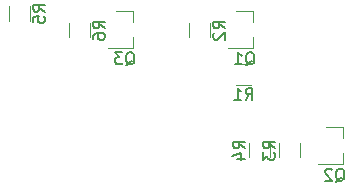
<source format=gbo>
G04 #@! TF.GenerationSoftware,KiCad,Pcbnew,5.1.5*
G04 #@! TF.CreationDate,2020-04-17T16:14:37+02:00*
G04 #@! TF.ProjectId,eco_nucleo64_interconnect,65636f5f-6e75-4636-9c65-6f36345f696e,rev?*
G04 #@! TF.SameCoordinates,Original*
G04 #@! TF.FileFunction,Legend,Bot*
G04 #@! TF.FilePolarity,Positive*
%FSLAX46Y46*%
G04 Gerber Fmt 4.6, Leading zero omitted, Abs format (unit mm)*
G04 Created by KiCad (PCBNEW 5.1.5) date 2020-04-17 16:14:37*
%MOMM*%
%LPD*%
G04 APERTURE LIST*
%ADD10C,0.120000*%
%ADD11C,0.150000*%
G04 APERTURE END LIST*
D10*
X124774000Y-116491000D02*
X124774000Y-115291000D01*
X123014000Y-115291000D02*
X123014000Y-116491000D01*
X145094000Y-128081000D02*
X145094000Y-126881000D01*
X143334000Y-126881000D02*
X143334000Y-128081000D01*
X145874000Y-126881000D02*
X145874000Y-128081000D01*
X147634000Y-128081000D02*
X147634000Y-126881000D01*
X128094000Y-116721000D02*
X128094000Y-117921000D01*
X129854000Y-117921000D02*
X129854000Y-116721000D01*
X133544000Y-115661000D02*
X132084000Y-115661000D01*
X133544000Y-118821000D02*
X131384000Y-118821000D01*
X133544000Y-118821000D02*
X133544000Y-117891000D01*
X133544000Y-115661000D02*
X133544000Y-116591000D01*
X151324000Y-125501000D02*
X151324000Y-126431000D01*
X151324000Y-128661000D02*
X151324000Y-127731000D01*
X151324000Y-128661000D02*
X149164000Y-128661000D01*
X151324000Y-125501000D02*
X149864000Y-125501000D01*
X143704000Y-115661000D02*
X143704000Y-116591000D01*
X143704000Y-118821000D02*
X143704000Y-117891000D01*
X143704000Y-118821000D02*
X141544000Y-118821000D01*
X143704000Y-115661000D02*
X142244000Y-115661000D01*
X140014000Y-117921000D02*
X140014000Y-116721000D01*
X138254000Y-116721000D02*
X138254000Y-117921000D01*
X143464000Y-120171000D02*
X142264000Y-120171000D01*
X142264000Y-121931000D02*
X143464000Y-121931000D01*
D11*
X126046380Y-115724333D02*
X125570190Y-115391000D01*
X126046380Y-115152904D02*
X125046380Y-115152904D01*
X125046380Y-115533857D01*
X125094000Y-115629095D01*
X125141619Y-115676714D01*
X125236857Y-115724333D01*
X125379714Y-115724333D01*
X125474952Y-115676714D01*
X125522571Y-115629095D01*
X125570190Y-115533857D01*
X125570190Y-115152904D01*
X125046380Y-116629095D02*
X125046380Y-116152904D01*
X125522571Y-116105285D01*
X125474952Y-116152904D01*
X125427333Y-116248142D01*
X125427333Y-116486238D01*
X125474952Y-116581476D01*
X125522571Y-116629095D01*
X125617809Y-116676714D01*
X125855904Y-116676714D01*
X125951142Y-116629095D01*
X125998761Y-116581476D01*
X126046380Y-116486238D01*
X126046380Y-116248142D01*
X125998761Y-116152904D01*
X125951142Y-116105285D01*
X142966380Y-127314333D02*
X142490190Y-126981000D01*
X142966380Y-126742904D02*
X141966380Y-126742904D01*
X141966380Y-127123857D01*
X142014000Y-127219095D01*
X142061619Y-127266714D01*
X142156857Y-127314333D01*
X142299714Y-127314333D01*
X142394952Y-127266714D01*
X142442571Y-127219095D01*
X142490190Y-127123857D01*
X142490190Y-126742904D01*
X142299714Y-128171476D02*
X142966380Y-128171476D01*
X141918761Y-127933380D02*
X142633047Y-127695285D01*
X142633047Y-128314333D01*
X145506380Y-127314333D02*
X145030190Y-126981000D01*
X145506380Y-126742904D02*
X144506380Y-126742904D01*
X144506380Y-127123857D01*
X144554000Y-127219095D01*
X144601619Y-127266714D01*
X144696857Y-127314333D01*
X144839714Y-127314333D01*
X144934952Y-127266714D01*
X144982571Y-127219095D01*
X145030190Y-127123857D01*
X145030190Y-126742904D01*
X144506380Y-127647666D02*
X144506380Y-128266714D01*
X144887333Y-127933380D01*
X144887333Y-128076238D01*
X144934952Y-128171476D01*
X144982571Y-128219095D01*
X145077809Y-128266714D01*
X145315904Y-128266714D01*
X145411142Y-128219095D01*
X145458761Y-128171476D01*
X145506380Y-128076238D01*
X145506380Y-127790523D01*
X145458761Y-127695285D01*
X145411142Y-127647666D01*
X131126380Y-117154333D02*
X130650190Y-116821000D01*
X131126380Y-116582904D02*
X130126380Y-116582904D01*
X130126380Y-116963857D01*
X130174000Y-117059095D01*
X130221619Y-117106714D01*
X130316857Y-117154333D01*
X130459714Y-117154333D01*
X130554952Y-117106714D01*
X130602571Y-117059095D01*
X130650190Y-116963857D01*
X130650190Y-116582904D01*
X130126380Y-118011476D02*
X130126380Y-117821000D01*
X130174000Y-117725761D01*
X130221619Y-117678142D01*
X130364476Y-117582904D01*
X130554952Y-117535285D01*
X130935904Y-117535285D01*
X131031142Y-117582904D01*
X131078761Y-117630523D01*
X131126380Y-117725761D01*
X131126380Y-117916238D01*
X131078761Y-118011476D01*
X131031142Y-118059095D01*
X130935904Y-118106714D01*
X130697809Y-118106714D01*
X130602571Y-118059095D01*
X130554952Y-118011476D01*
X130507333Y-117916238D01*
X130507333Y-117725761D01*
X130554952Y-117630523D01*
X130602571Y-117582904D01*
X130697809Y-117535285D01*
X132879238Y-120288619D02*
X132974476Y-120241000D01*
X133069714Y-120145761D01*
X133212571Y-120002904D01*
X133307809Y-119955285D01*
X133403047Y-119955285D01*
X133355428Y-120193380D02*
X133450666Y-120145761D01*
X133545904Y-120050523D01*
X133593523Y-119860047D01*
X133593523Y-119526714D01*
X133545904Y-119336238D01*
X133450666Y-119241000D01*
X133355428Y-119193380D01*
X133164952Y-119193380D01*
X133069714Y-119241000D01*
X132974476Y-119336238D01*
X132926857Y-119526714D01*
X132926857Y-119860047D01*
X132974476Y-120050523D01*
X133069714Y-120145761D01*
X133164952Y-120193380D01*
X133355428Y-120193380D01*
X132593523Y-119193380D02*
X131974476Y-119193380D01*
X132307809Y-119574333D01*
X132164952Y-119574333D01*
X132069714Y-119621952D01*
X132022095Y-119669571D01*
X131974476Y-119764809D01*
X131974476Y-120002904D01*
X132022095Y-120098142D01*
X132069714Y-120145761D01*
X132164952Y-120193380D01*
X132450666Y-120193380D01*
X132545904Y-120145761D01*
X132593523Y-120098142D01*
X150659238Y-130128619D02*
X150754476Y-130081000D01*
X150849714Y-129985761D01*
X150992571Y-129842904D01*
X151087809Y-129795285D01*
X151183047Y-129795285D01*
X151135428Y-130033380D02*
X151230666Y-129985761D01*
X151325904Y-129890523D01*
X151373523Y-129700047D01*
X151373523Y-129366714D01*
X151325904Y-129176238D01*
X151230666Y-129081000D01*
X151135428Y-129033380D01*
X150944952Y-129033380D01*
X150849714Y-129081000D01*
X150754476Y-129176238D01*
X150706857Y-129366714D01*
X150706857Y-129700047D01*
X150754476Y-129890523D01*
X150849714Y-129985761D01*
X150944952Y-130033380D01*
X151135428Y-130033380D01*
X150325904Y-129128619D02*
X150278285Y-129081000D01*
X150183047Y-129033380D01*
X149944952Y-129033380D01*
X149849714Y-129081000D01*
X149802095Y-129128619D01*
X149754476Y-129223857D01*
X149754476Y-129319095D01*
X149802095Y-129461952D01*
X150373523Y-130033380D01*
X149754476Y-130033380D01*
X143039238Y-120288619D02*
X143134476Y-120241000D01*
X143229714Y-120145761D01*
X143372571Y-120002904D01*
X143467809Y-119955285D01*
X143563047Y-119955285D01*
X143515428Y-120193380D02*
X143610666Y-120145761D01*
X143705904Y-120050523D01*
X143753523Y-119860047D01*
X143753523Y-119526714D01*
X143705904Y-119336238D01*
X143610666Y-119241000D01*
X143515428Y-119193380D01*
X143324952Y-119193380D01*
X143229714Y-119241000D01*
X143134476Y-119336238D01*
X143086857Y-119526714D01*
X143086857Y-119860047D01*
X143134476Y-120050523D01*
X143229714Y-120145761D01*
X143324952Y-120193380D01*
X143515428Y-120193380D01*
X142134476Y-120193380D02*
X142705904Y-120193380D01*
X142420190Y-120193380D02*
X142420190Y-119193380D01*
X142515428Y-119336238D01*
X142610666Y-119431476D01*
X142705904Y-119479095D01*
X141286380Y-117154333D02*
X140810190Y-116821000D01*
X141286380Y-116582904D02*
X140286380Y-116582904D01*
X140286380Y-116963857D01*
X140334000Y-117059095D01*
X140381619Y-117106714D01*
X140476857Y-117154333D01*
X140619714Y-117154333D01*
X140714952Y-117106714D01*
X140762571Y-117059095D01*
X140810190Y-116963857D01*
X140810190Y-116582904D01*
X140381619Y-117535285D02*
X140334000Y-117582904D01*
X140286380Y-117678142D01*
X140286380Y-117916238D01*
X140334000Y-118011476D01*
X140381619Y-118059095D01*
X140476857Y-118106714D01*
X140572095Y-118106714D01*
X140714952Y-118059095D01*
X141286380Y-117487666D01*
X141286380Y-118106714D01*
X143030666Y-123203380D02*
X143364000Y-122727190D01*
X143602095Y-123203380D02*
X143602095Y-122203380D01*
X143221142Y-122203380D01*
X143125904Y-122251000D01*
X143078285Y-122298619D01*
X143030666Y-122393857D01*
X143030666Y-122536714D01*
X143078285Y-122631952D01*
X143125904Y-122679571D01*
X143221142Y-122727190D01*
X143602095Y-122727190D01*
X142078285Y-123203380D02*
X142649714Y-123203380D01*
X142364000Y-123203380D02*
X142364000Y-122203380D01*
X142459238Y-122346238D01*
X142554476Y-122441476D01*
X142649714Y-122489095D01*
M02*

</source>
